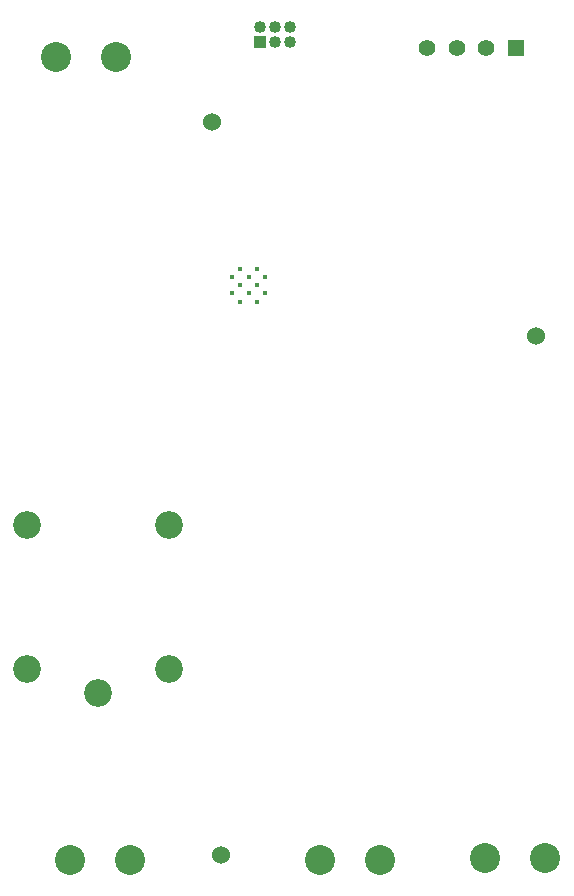
<source format=gbr>
G04*
G04 #@! TF.GenerationSoftware,Altium Limited,Altium Designer,24.4.1 (13)*
G04*
G04 Layer_Color=12632256*
%FSLAX44Y44*%
%MOMM*%
G71*
G04*
G04 #@! TF.SameCoordinates,35E0C0FB-C19D-4D04-833B-EC0655963EBE*
G04*
G04*
G04 #@! TF.FilePolarity,Positive*
G04*
G01*
G75*
%ADD46C,2.5400*%
%ADD47R,1.4000X1.4000*%
%ADD48C,1.4000*%
%ADD51C,2.3400*%
%ADD55C,1.5240*%
%ADD56C,0.4000*%
%ADD57C,1.0160*%
%ADD58R,1.0160X1.0160*%
D46*
X275590Y62230D02*
D03*
X326390D02*
D03*
X102870Y741680D02*
D03*
X52070D02*
D03*
X63500Y62230D02*
D03*
X114300D02*
D03*
X466090Y63500D02*
D03*
X415290D02*
D03*
D47*
X441160Y749300D02*
D03*
D48*
X416160D02*
D03*
X391160D02*
D03*
X366160D02*
D03*
D51*
X147630Y345320D02*
D03*
X27630D02*
D03*
Y223320D02*
D03*
X147630D02*
D03*
X87630Y203320D02*
D03*
D55*
X184150Y687070D02*
D03*
X191770Y66040D02*
D03*
X458470Y505460D02*
D03*
D56*
X214870Y555710D02*
D03*
X200870D02*
D03*
X228870D02*
D03*
X200870Y541710D02*
D03*
X214870D02*
D03*
X228870D02*
D03*
X207870Y562710D02*
D03*
X221870D02*
D03*
X207870Y548710D02*
D03*
X221870D02*
D03*
X207870Y534710D02*
D03*
X221870D02*
D03*
D57*
X250095Y754475D02*
D03*
Y767175D02*
D03*
X237395D02*
D03*
X224695D02*
D03*
X237395Y754475D02*
D03*
D58*
X224695D02*
D03*
M02*

</source>
